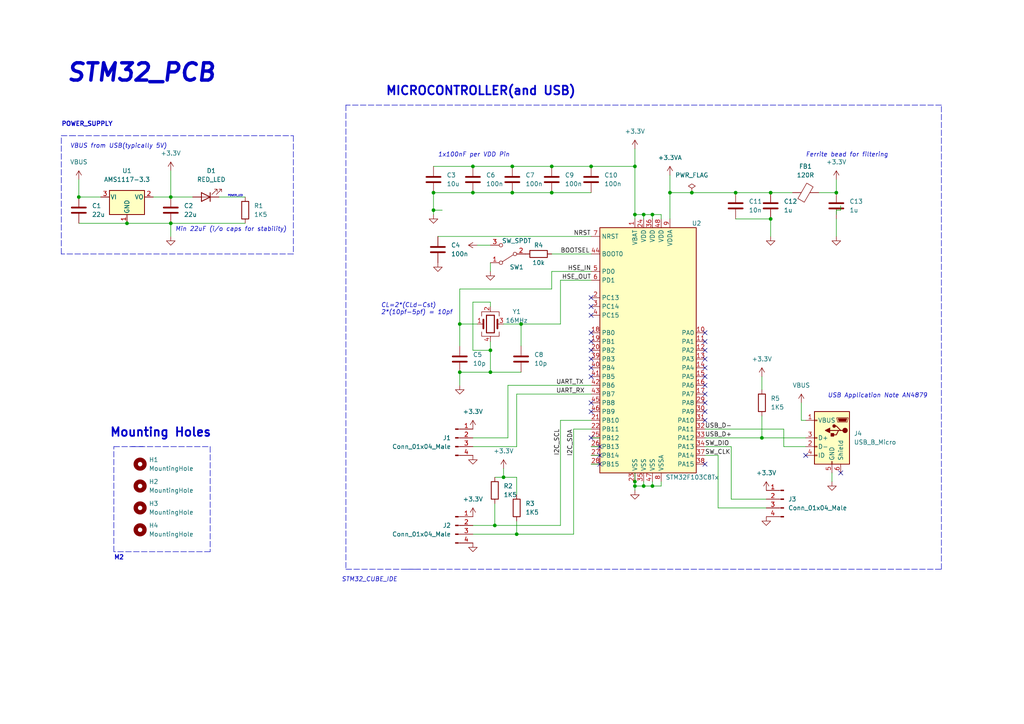
<source format=kicad_sch>
(kicad_sch (version 20211123) (generator eeschema)
  (paper "A4")
  (title_block (title "STM32 Demo board") (date "2023-03-19") (rev "0.1"))
  (lib_symbols
    (symbol "Connector:Conn_01x04_Male" (pin_names (offset 1.016) hide)
      (property "Reference" "J" (at 0 5.08 0))
      (property "Value" "Conn_01x04_Male" (at 0 -7.62 0))
      (symbol "Conn_01x04_Male_1_1"
        (polyline (pts (xy 1.27 -5.08) (xy 0.8636 -5.08)) (stroke (width 0.1524)))
        (polyline (pts (xy 1.27 -2.54) (xy 0.8636 -2.54)) (stroke (width 0.1524)))
        (polyline (pts (xy 1.27 0) (xy 0.8636 0)) (stroke (width 0.1524)))
        (polyline (pts (xy 1.27 2.54) (xy 0.8636 2.54)) (stroke (width 0.1524)))
        (rectangle (start 0.8636 -4.953) (end 0 -5.207) (stroke (width 0.1524)) (fill (type outline)))
        (rectangle (start 0.8636 -2.413) (end 0 -2.667) (stroke (width 0.1524)) (fill (type outline)))
        (rectangle (start 0.8636 0.127) (end 0 -0.127) (stroke (width 0.1524)) (fill (type outline)))
        (rectangle (start 0.8636 2.667) (end 0 2.413) (stroke (width 0.1524)) (fill (type outline)))
        (pin passive line (at 5.08 2.54 180) (length 3.81) (name "Pin_1") (number "1"))
        (pin passive line (at 5.08 0 180) (length 3.81) (name "Pin_2") (number "2"))
        (pin passive line (at 5.08 -2.54 180) (length 3.81) (name "Pin_3") (number "3"))
        (pin passive line (at 5.08 -5.08 180) (length 3.81) (name "Pin_4") (number "4"))
      )
    )
    (symbol "Connector:USB_B_Micro" (pin_names (offset 1.016))
      (property "Reference" "J" (at -5.08 11.43 0))
      (property "Value" "USB_B_Micro" (at -5.08 8.89 0))
      (symbol "USB_B_Micro_0_1"
        (rectangle (start -5.08 -7.62) (end 5.08 7.62) (stroke (width 0.254)) (fill (type background)))
        (circle (center -3.81 2.159) (radius 0.635) (stroke (width 0.254)) (fill (type outline)))
        (circle (center -0.635 3.429) (radius 0.381) (stroke (width 0.254)) (fill (type outline)))
        (rectangle (start -0.127 -7.62) (end 0.127 -6.858))
        (polyline (pts (xy -1.905 2.159) (xy 0.635 2.159)) (stroke (width 0.254)))
        (polyline (pts (xy -3.175 2.159) (xy -2.54 2.159) (xy -1.27 3.429) (xy -0.635 3.429)) (stroke (width 0.254)))
        (polyline (pts (xy -2.54 2.159) (xy -1.905 2.159) (xy -1.27 0.889) (xy 0 0.889)) (stroke (width 0.254)))
        (polyline (pts (xy 0.635 2.794) (xy 0.635 1.524) (xy 1.905 2.159) (xy 0.635 2.794)) (stroke (width 0.254)) (fill (type outline)))
        (polyline (pts (xy -4.318 5.588) (xy -1.778 5.588) (xy -2.032 4.826) (xy -4.064 4.826) (xy -4.318 5.588)) (fill (type outline)))
        (polyline (pts (xy -4.699 5.842) (xy -4.699 5.588) (xy -4.445 4.826) (xy -4.445 4.572) (xy -1.651 4.572) (xy -1.651 4.826) (xy -1.397 5.588) (xy -1.397 5.842) (xy -4.699 5.842)))
        (rectangle (start 0.254 1.27) (end -0.508 0.508) (stroke (width 0.254)) (fill (type outline)))
        (rectangle (start 5.08 -5.207) (end 4.318 -4.953))
        (rectangle (start 5.08 -2.667) (end 4.318 -2.413))
        (rectangle (start 5.08 -0.127) (end 4.318 0.127))
        (rectangle (start 5.08 4.953) (end 4.318 5.207))
      )
      (symbol "USB_B_Micro_1_1"
        (pin power_out line (at 7.62 5.08 180) (length 2.54) (name "VBUS") (number "1"))
        (pin bidirectional line (at 7.62 -2.54 180) (length 2.54) (name "D-") (number "2"))
        (pin bidirectional line (at 7.62 0 180) (length 2.54) (name "D+") (number "3"))
        (pin passive line (at 7.62 -5.08 180) (length 2.54) (name "ID") (number "4"))
        (pin power_out line (at 0 -10.16 90) (length 2.54) (name "GND") (number "5"))
        (pin passive line (at -2.54 -10.16 90) (length 2.54) (name "Shield") (number "6"))
      )
    )
    (symbol "Device:C" (pin_numbers hide) (pin_names (offset 0.254))
      (property "Reference" "C" (at 0.635 2.54 0))
      (property "Value" "C" (at 0.635 -2.54 0))
      (symbol "C_0_1"
        (polyline (pts (xy -2.032 -0.762) (xy 2.032 -0.762)) (stroke (width 0.508)))
        (polyline (pts (xy -2.032 0.762) (xy 2.032 0.762)) (stroke (width 0.508)))
      )
      (symbol "C_1_1"
        (pin passive line (at 0 3.81 270) (length 2.794) (name "~") (number "1"))
        (pin passive line (at 0 -3.81 90) (length 2.794) (name "~") (number "2"))
      )
    )
    (symbol "Device:Crystal_GND24" (pin_names (offset 1.016) hide)
      (property "Reference" "Y" (at 3.175 5.08 0))
      (property "Value" "Crystal_GND24" (at 3.175 3.175 0))
      (symbol "Crystal_GND24_0_1"
        (rectangle (start -1.143 2.54) (end 1.143 -2.54) (stroke (width 0.3048)))
        (polyline (pts (xy -2.54 0) (xy -2.032 0)))
        (polyline (pts (xy -2.032 -1.27) (xy -2.032 1.27)) (stroke (width 0.508)))
        (polyline (pts (xy 0 -3.81) (xy 0 -3.556)))
        (polyline (pts (xy 0 3.556) (xy 0 3.81)))
        (polyline (pts (xy 2.032 -1.27) (xy 2.032 1.27)) (stroke (width 0.508)))
        (polyline (pts (xy 2.032 0) (xy 2.54 0)))
        (polyline (pts (xy -2.54 -2.286) (xy -2.54 -3.556) (xy 2.54 -3.556) (xy 2.54 -2.286)))
        (polyline (pts (xy -2.54 2.286) (xy -2.54 3.556) (xy 2.54 3.556) (xy 2.54 2.286)))
      )
      (symbol "Crystal_GND24_1_1"
        (pin passive line (at -3.81 0 0) (length 1.27) (name "1") (number "1"))
        (pin passive line (at 0 5.08 270) (length 1.27) (name "2") (number "2"))
        (pin passive line (at 3.81 0 180) (length 1.27) (name "3") (number "3"))
        (pin passive line (at 0 -5.08 90) (length 1.27) (name "4") (number "4"))
      )
    )
    (symbol "Device:FerriteBead" (pin_numbers hide) (pin_names (offset 0))
      (property "Reference" "FB" (at -3.81 0.635 90))
      (property "Value" "FerriteBead" (at 3.81 0 90))
      (symbol "FerriteBead_0_1"
        (polyline (pts (xy 0 -1.27) (xy 0 -1.2192)))
        (polyline (pts (xy 0 1.27) (xy 0 1.2954)))
        (polyline (pts (xy -2.7686 0.4064) (xy -1.7018 2.2606) (xy 2.7686 -0.3048) (xy 1.6764 -2.159) (xy -2.7686 0.4064)))
      )
      (symbol "FerriteBead_1_1"
        (pin passive line (at 0 3.81 270) (length 2.54) (name "~") (number "1"))
        (pin passive line (at 0 -3.81 90) (length 2.54) (name "~") (number "2"))
      )
    )
    (symbol "Device:LED" (pin_numbers hide) (pin_names (offset 1.016) hide)
      (property "Reference" "D" (at 0 2.54 0))
      (property "Value" "LED" (at 0 -2.54 0))
      (symbol "LED_0_1"
        (polyline (pts (xy -1.27 -1.27) (xy -1.27 1.27)) (stroke (width 0.254)))
        (polyline (pts (xy -1.27 0) (xy 1.27 0)))
        (polyline (pts (xy 1.27 -1.27) (xy 1.27 1.27) (xy -1.27 0) (xy 1.27 -1.27)) (stroke (width 0.254)))
        (polyline (pts (xy -3.048 -0.762) (xy -4.572 -2.286) (xy -3.81 -2.286) (xy -4.572 -2.286) (xy -4.572 -1.524)))
        (polyline (pts (xy -1.778 -0.762) (xy -3.302 -2.286) (xy -2.54 -2.286) (xy -3.302 -2.286) (xy -3.302 -1.524)))
      )
      (symbol "LED_1_1"
        (pin passive line (at -3.81 0 0) (length 2.54) (name "K") (number "1"))
        (pin passive line (at 3.81 0 180) (length 2.54) (name "A") (number "2"))
      )
    )
    (symbol "Device:R" (pin_numbers hide) (pin_names (offset 0))
      (property "Reference" "R" (at 2.032 0 90))
      (property "Value" "R" (at 0 0 90))
      (symbol "R_0_1"
        (rectangle (start -1.016 -2.54) (end 1.016 2.54) (stroke (width 0.254)))
      )
      (symbol "R_1_1"
        (pin passive line (at 0 3.81 270) (length 1.27) (name "~") (number "1"))
        (pin passive line (at 0 -3.81 90) (length 1.27) (name "~") (number "2"))
      )
    )
    (symbol "MCU_ST_STM32F1:STM32F103C8Tx"
      (property "Reference" "U" (at -15.24 36.83 0))
      (property "Value" "STM32F103C8Tx" (at 7.62 36.83 0))
      (symbol "STM32F103C8Tx_0_1"
        (rectangle (start -15.24 -35.56) (end 12.7 35.56) (stroke (width 0.254)) (fill (type background)))
      )
      (symbol "STM32F103C8Tx_1_1"
        (pin power_in line (at -5.08 38.1 270) (length 2.54) (name "VBAT") (number "1"))
        (pin bidirectional line (at 15.24 5.08 180) (length 2.54) (name "PA0") (number "10"))
        (pin bidirectional line (at 15.24 2.54 180) (length 2.54) (name "PA1") (number "11"))
        (pin bidirectional line (at 15.24 0 180) (length 2.54) (name "PA2") (number "12"))
        (pin bidirectional line (at 15.24 -2.54 180) (length 2.54) (name "PA3") (number "13"))
        (pin bidirectional line (at 15.24 -5.08 180) (length 2.54) (name "PA4") (number "14"))
        (pin bidirectional line (at 15.24 -7.62 180) (length 2.54) (name "PA5") (number "15"))
        (pin bidirectional line (at 15.24 -10.16 180) (length 2.54) (name "PA6") (number "16"))
        (pin bidirectional line (at 15.24 -12.7 180) (length 2.54) (name "PA7") (number "17"))
        (pin bidirectional line (at -17.78 5.08 0) (length 2.54) (name "PB0") (number "18"))
        (pin bidirectional line (at -17.78 2.54 0) (length 2.54) (name "PB1") (number "19"))
        (pin bidirectional line (at -17.78 15.24 0) (length 2.54) (name "PC13") (number "2"))
        (pin bidirectional line (at -17.78 0 0) (length 2.54) (name "PB2") (number "20"))
        (pin bidirectional line (at -17.78 -20.32 0) (length 2.54) (name "PB10") (number "21"))
        (pin bidirectional line (at -17.78 -22.86 0) (length 2.54) (name "PB11") (number "22"))
        (pin power_in line (at -5.08 -38.1 90) (length 2.54) (name "VSS") (number "23"))
        (pin power_in line (at -2.54 38.1 270) (length 2.54) (name "VDD") (number "24"))
        (pin bidirectional line (at -17.78 -25.4 0) (length 2.54) (name "PB12") (number "25"))
        (pin bidirectional line (at -17.78 -27.94 0) (length 2.54) (name "PB13") (number "26"))
        (pin bidirectional line (at -17.78 -30.48 0) (length 2.54) (name "PB14") (number "27"))
        (pin bidirectional line (at -17.78 -33.02 0) (length 2.54) (name "PB15") (number "28"))
        (pin bidirectional line (at 15.24 -15.24 180) (length 2.54) (name "PA8") (number "29"))
        (pin bidirectional line (at -17.78 12.7 0) (length 2.54) (name "PC14") (number "3"))
        (pin bidirectional line (at 15.24 -17.78 180) (length 2.54) (name "PA9") (number "30"))
        (pin bidirectional line (at 15.24 -20.32 180) (length 2.54) (name "PA10") (number "31"))
        (pin bidirectional line (at 15.24 -22.86 180) (length 2.54) (name "PA11") (number "32"))
        (pin bidirectional line (at 15.24 -25.4 180) (length 2.54) (name "PA12") (number "33"))
        (pin bidirectional line (at 15.24 -27.94 180) (length 2.54) (name "PA13") (number "34"))
        (pin power_in line (at -2.54 -38.1 90) (length 2.54) (name "VSS") (number "35"))
        (pin power_in line (at 0 38.1 270) (length 2.54) (name "VDD") (number "36"))
        (pin bidirectional line (at 15.24 -30.48 180) (length 2.54) (name "PA14") (number "37"))
        (pin bidirectional line (at 15.24 -33.02 180) (length 2.54) (name "PA15") (number "38"))
        (pin bidirectional line (at -17.78 -2.54 0) (length 2.54) (name "PB3") (number "39"))
        (pin bidirectional line (at -17.78 10.16 0) (length 2.54) (name "PC15") (number "4"))
        (pin bidirectional line (at -17.78 -5.08 0) (length 2.54) (name "PB4") (number "40"))
        (pin bidirectional line (at -17.78 -7.62 0) (length 2.54) (name "PB5") (number "41"))
        (pin bidirectional line (at -17.78 -10.16 0) (length 2.54) (name "PB6") (number "42"))
        (pin bidirectional line (at -17.78 -12.7 0) (length 2.54) (name "PB7") (number "43"))
        (pin input line (at -17.78 27.94 0) (length 2.54) (name "BOOT0") (number "44"))
        (pin bidirectional line (at -17.78 -15.24 0) (length 2.54) (name "PB8") (number "45"))
        (pin bidirectional line (at -17.78 -17.78 0) (length 2.54) (name "PB9") (number "46"))
        (pin power_in line (at 0 -38.1 90) (length 2.54) (name "VSS") (number "47"))
        (pin power_in line (at 2.54 38.1 270) (length 2.54) (name "VDD") (number "48"))
        (pin input line (at -17.78 22.86 0) (length 2.54) (name "PD0") (number "5"))
        (pin input line (at -17.78 20.32 0) (length 2.54) (name "PD1") (number "6"))
        (pin input line (at -17.78 33.02 0) (length 2.54) (name "NRST") (number "7"))
        (pin power_in line (at 2.54 -38.1 90) (length 2.54) (name "VSSA") (number "8"))
        (pin power_in line (at 5.08 38.1 270) (length 2.54) (name "VDDA") (number "9"))
      )
    )
    (symbol "Mechanical:MountingHole" (pin_names (offset 1.016))
      (property "Reference" "H" (at 0 5.08 0))
      (property "Value" "MountingHole" (at 0 3.175 0))
      (symbol "MountingHole_0_1"
        (circle (center 0 0) (radius 1.27) (stroke (width 1.27)))
      )
    )
    (symbol "Regulator_Linear:AMS1117-3.3" (pin_names (offset 0.254))
      (property "Reference" "U" (at -3.81 3.175 0))
      (property "Value" "AMS1117-3.3" (at 0 3.175 0))
      (symbol "AMS1117-3.3_0_1"
        (rectangle (start -5.08 -5.08) (end 5.08 1.905) (stroke (width 0.254)) (fill (type background)))
      )
      (symbol "AMS1117-3.3_1_1"
        (pin power_in line (at 0 -7.62 90) (length 2.54) (name "GND") (number "1"))
        (pin power_out line (at 7.62 0 180) (length 2.54) (name "VO") (number "2"))
        (pin power_in line (at -7.62 0 0) (length 2.54) (name "VI") (number "3"))
      )
    )
    (symbol "Switch:SW_SPDT" (pin_names (offset 0) hide)
      (property "Reference" "SW" (at 0 4.318 0))
      (property "Value" "SW_SPDT" (at 0 -5.08 0))
      (symbol "SW_SPDT_0_0"
        (circle (center -2.032 0) (radius 0.508))
        (circle (center 2.032 -2.54) (radius 0.508))
      )
      (symbol "SW_SPDT_0_1"
        (polyline (pts (xy -1.524 0.254) (xy 1.651 2.286)))
        (circle (center 2.032 2.54) (radius 0.508))
      )
      (symbol "SW_SPDT_1_1"
        (pin passive line (at 5.08 2.54 180) (length 2.54) (name "A") (number "1"))
        (pin passive line (at -5.08 0 0) (length 2.54) (name "B") (number "2"))
        (pin passive line (at 5.08 -2.54 180) (length 2.54) (name "C") (number "3"))
      )
    )
    (symbol "power:+3.3V" (power) (pin_names (offset 0))
      (property "Value" "+3.3V" (at 0 3.556 0))
      (symbol "+3.3V_0_1"
        (polyline (pts (xy -0.762 1.27) (xy 0 2.54)))
        (polyline (pts (xy 0 0) (xy 0 2.54)))
        (polyline (pts (xy 0 2.54) (xy 0.762 1.27)))
      )
      (symbol "+3.3V_1_1"
        (pin power_in line (at 0 0 90) (length 0) hide (name "+3.3V") (number "1"))
      )
    )
    (symbol "power:+3.3VA" (power) (pin_names (offset 0))
      (property "Value" "+3.3VA" (at 0 3.556 0))
      (symbol "+3.3VA_0_1"
        (polyline (pts (xy -0.762 1.27) (xy 0 2.54)))
        (polyline (pts (xy 0 0) (xy 0 2.54)))
        (polyline (pts (xy 0 2.54) (xy 0.762 1.27)))
      )
      (symbol "+3.3VA_1_1"
        (pin power_in line (at 0 0 90) (length 0) hide (name "+3.3VA") (number "1"))
      )
    )
    (symbol "power:GND" (power) (pin_names (offset 0))
      (property "Value" "GND" (at 0 -3.81 0))
      (symbol "GND_0_1"
        (polyline (pts (xy 0 0) (xy 0 -1.27) (xy 1.27 -1.27) (xy 0 -2.54) (xy -1.27 -1.27) (xy 0 -1.27)))
      )
      (symbol "GND_1_1"
        (pin power_in line (at 0 0 270) (length 0) hide (name "GND") (number "1"))
      )
    )
    (symbol "power:PWR_FLAG" (power) (pin_numbers hide) (pin_names (offset 0) hide)
      (property "Value" "PWR_FLAG" (at 0 3.81 0))
      (symbol "PWR_FLAG_0_0"
        (pin power_out line (at 0 0 90) (length 0) (name "pwr") (number "1"))
      )
      (symbol "PWR_FLAG_0_1"
        (polyline (pts (xy 0 0) (xy 0 1.27) (xy -1.016 1.905) (xy 0 2.54) (xy 1.016 1.905) (xy 0 1.27)))
      )
    )
    (symbol "power:VBUS" (power) (pin_names (offset 0))
      (property "Value" "VBUS" (at 0 3.81 0))
      (symbol "VBUS_0_1"
        (polyline (pts (xy -0.762 1.27) (xy 0 2.54)))
        (polyline (pts (xy 0 0) (xy 0 2.54)))
        (polyline (pts (xy 0 2.54) (xy 0.762 1.27)))
      )
      (symbol "VBUS_1_1"
        (pin power_in line (at 0 0 90) (length 0) hide (name "VBUS") (number "1"))
      )
    )
  )
  (junction (at 242.57 55.88))
  (junction (at 184.15 140.97))
  (junction (at 49.53 57.15))
  (junction (at 133.35 93.98))
  (junction (at 160.02 48.26))
  (junction (at 125.73 60.96))
  (junction (at 223.52 63.5))
  (junction (at 189.23 140.97))
  (junction (at 194.31 55.88))
  (junction (at 151.13 93.98))
  (junction (at 146.05 138.43))
  (junction (at 189.23 62.23))
  (junction (at 137.16 55.88))
  (junction (at 49.53 64.77))
  (junction (at 213.36 55.88))
  (junction (at 186.69 140.97))
  (junction (at 184.15 139.7))
  (junction (at 22.86 57.15))
  (junction (at 137.16 48.26))
  (junction (at 171.45 48.26))
  (junction (at 142.24 107.95))
  (junction (at 184.15 48.26))
  (junction (at 186.69 62.23))
  (junction (at 160.02 55.88))
  (junction (at 143.51 152.4))
  (junction (at 142.24 101.6))
  (junction (at 200.66 55.88))
  (junction (at 133.35 107.95))
  (junction (at 149.86 154.94))
  (junction (at 223.52 55.88))
  (junction (at 148.59 48.26))
  (junction (at 148.59 55.88))
  (junction (at 220.98 127))
  (junction (at 36.83 64.77))
  (junction (at 184.15 62.23))
  (junction (at 125.73 55.88))
  (no_connect (at 171.45 127))
  (no_connect (at 171.45 104.14))
  (no_connect (at 243.84 137.16))
  (no_connect (at 204.47 119.38))
  (no_connect (at 204.47 111.76))
  (no_connect (at 171.45 119.38))
  (no_connect (at 233.68 132.08))
  (no_connect (at 173.99 132.08))
  (no_connect (at 173.99 134.62))
  (no_connect (at 171.45 106.68))
  (no_connect (at 171.45 109.22))
  (no_connect (at 171.45 101.6))
  (no_connect (at 171.45 86.36))
  (no_connect (at 204.47 101.6))
  (no_connect (at 204.47 114.3))
  (no_connect (at 204.47 96.52))
  (no_connect (at 204.47 116.84))
  (no_connect (at 204.47 134.62))
  (no_connect (at 204.47 106.68))
  (no_connect (at 204.47 104.14))
  (no_connect (at 171.45 99.06))
  (no_connect (at 173.99 129.54))
  (no_connect (at 171.45 88.9))
  (no_connect (at 204.47 99.06))
  (no_connect (at 171.45 96.52))
  (no_connect (at 171.45 91.44))
  (no_connect (at 204.47 109.22))
  (no_connect (at 171.45 116.84))
  (no_connect (at 204.47 121.92))
  (wire (pts (xy 137.16 87.63) (xy 142.24 87.63)))
  (wire (pts (xy 143.51 138.43) (xy 146.05 138.43)))
  (polyline (pts (xy 60.96 160.02) (xy 33.02 160.02)))
  (wire (pts (xy 146.05 138.43) (xy 149.86 138.43)))
  (wire (pts (xy 189.23 62.23) (xy 189.23 63.5)))
  (wire (pts (xy 223.52 55.88) (xy 229.87 55.88)))
  (wire (pts (xy 133.35 107.95) (xy 142.24 107.95)))
  (polyline (pts (xy 38.1 129.54) (xy 60.96 129.54)))
  (wire (pts (xy 133.35 93.98) (xy 133.35 100.33)))
  (wire (pts (xy 142.24 101.6) (xy 142.24 107.95)))
  (polyline (pts (xy 100.33 30.48) (xy 100.33 165.1)))
  (wire (pts (xy 220.98 127) (xy 233.68 127)))
  (wire (pts (xy 49.53 57.15) (xy 55.88 57.15)))
  (polyline (pts (xy 100.33 165.1) (xy 121.92 165.1)))
  (polyline (pts (xy 85.09 73.66) (xy 17.78 73.66)))
  (wire (pts (xy 142.24 107.95) (xy 151.13 107.95)))
  (wire (pts (xy 220.98 120.65) (xy 220.98 127)))
  (wire (pts (xy 166.37 124.46) (xy 171.45 124.46)))
  (wire (pts (xy 142.24 88.9) (xy 142.24 87.63)))
  (wire (pts (xy 184.15 62.23) (xy 186.69 62.23)))
  (wire (pts (xy 191.77 62.23) (xy 191.77 63.5)))
  (wire (pts (xy 173.99 129.54) (xy 171.45 129.54)))
  (wire (pts (xy 171.45 81.28) (xy 162.56 81.28)))
  (wire (pts (xy 137.16 152.4) (xy 143.51 152.4)))
  (polyline (pts (xy 20.32 39.37) (xy 85.09 39.37)))
  (wire (pts (xy 133.35 93.98) (xy 138.43 93.98)))
  (wire (pts (xy 242.57 63.5) (xy 242.57 68.58)))
  (wire (pts (xy 204.47 127) (xy 220.98 127)))
  (polyline (pts (xy 17.78 39.37) (xy 21.59 39.37)))
  (wire (pts (xy 184.15 43.18) (xy 184.15 48.26)))
  (wire (pts (xy 137.16 129.54) (xy 149.86 129.54)))
  (wire (pts (xy 149.86 129.54) (xy 149.86 114.3)))
  (wire (pts (xy 186.69 62.23) (xy 186.69 63.5)))
  (wire (pts (xy 184.15 137.16) (xy 184.15 139.7)))
  (wire (pts (xy 242.57 62.23) (xy 242.57 60.96)))
  (wire (pts (xy 22.86 52.07) (xy 22.86 57.15)))
  (wire (pts (xy 171.45 78.74) (xy 160.02 78.74)))
  (wire (pts (xy 137.16 101.6) (xy 142.24 101.6)))
  (wire (pts (xy 133.35 107.95) (xy 133.35 111.76)))
  (wire (pts (xy 241.3 137.16) (xy 241.3 139.7)))
  (wire (pts (xy 232.41 121.92) (xy 232.41 116.84)))
  (polyline (pts (xy 17.78 73.66) (xy 17.78 39.37)))
  (wire (pts (xy 49.53 68.58) (xy 49.53 64.77)))
  (wire (pts (xy 125.73 60.96) (xy 125.73 62.23)))
  (wire (pts (xy 233.68 121.92) (xy 232.41 121.92)))
  (wire (pts (xy 138.43 71.12) (xy 142.24 71.12)))
  (wire (pts (xy 186.69 62.23) (xy 189.23 62.23)))
  (wire (pts (xy 125.73 55.88) (xy 137.16 55.88)))
  (wire (pts (xy 127 68.58) (xy 171.45 68.58)))
  (wire (pts (xy 184.15 48.26) (xy 184.15 62.23)))
  (wire (pts (xy 147.32 127) (xy 147.32 111.76)))
  (wire (pts (xy 22.86 57.15) (xy 29.21 57.15)))
  (wire (pts (xy 213.36 55.88) (xy 223.52 55.88)))
  (wire (pts (xy 227.33 124.46) (xy 227.33 129.54)))
  (wire (pts (xy 149.86 151.13) (xy 149.86 154.94)))
  (wire (pts (xy 149.86 154.94) (xy 166.37 154.94)))
  (wire (pts (xy 204.47 132.08) (xy 208.28 132.08)))
  (wire (pts (xy 36.83 64.77) (xy 49.53 64.77)))
  (wire (pts (xy 147.32 111.76) (xy 171.45 111.76)))
  (wire (pts (xy 184.15 62.23) (xy 184.15 63.5)))
  (wire (pts (xy 213.36 63.5) (xy 223.52 63.5)))
  (wire (pts (xy 173.99 134.62) (xy 171.45 134.62)))
  (wire (pts (xy 189.23 140.97) (xy 191.77 140.97)))
  (wire (pts (xy 186.69 139.7) (xy 186.69 140.97)))
  (wire (pts (xy 171.45 48.26) (xy 184.15 48.26)))
  (wire (pts (xy 44.45 57.15) (xy 49.53 57.15)))
  (polyline (pts (xy 273.05 30.48) (xy 100.33 30.48)))
  (wire (pts (xy 162.56 93.98) (xy 151.13 93.98)))
  (polyline (pts (xy 33.02 160.02) (xy 33.02 129.54)))
  (wire (pts (xy 162.56 152.4) (xy 162.56 121.92)))
  (wire (pts (xy 194.31 55.88) (xy 194.31 63.5)))
  (wire (pts (xy 146.05 135.89) (xy 146.05 138.43)))
  (wire (pts (xy 194.31 50.8) (xy 194.31 55.88)))
  (wire (pts (xy 223.52 63.5) (xy 223.52 68.58)))
  (wire (pts (xy 208.28 132.08) (xy 208.28 147.32)))
  (wire (pts (xy 166.37 154.94) (xy 166.37 124.46)))
  (wire (pts (xy 149.86 138.43) (xy 149.86 143.51)))
  (polyline (pts (xy 118.11 165.1) (xy 273.05 165.1)))
  (wire (pts (xy 149.86 114.3) (xy 171.45 114.3)))
  (wire (pts (xy 151.13 93.98) (xy 146.05 93.98)))
  (wire (pts (xy 242.57 52.07) (xy 242.57 55.88)))
  (wire (pts (xy 191.77 140.97) (xy 191.77 139.7)))
  (wire (pts (xy 173.99 132.08) (xy 171.45 132.08)))
  (wire (pts (xy 186.69 140.97) (xy 184.15 140.97)))
  (wire (pts (xy 49.53 64.77) (xy 71.12 64.77)))
  (wire (pts (xy 243.84 59.69) (xy 243.84 60.96)))
  (wire (pts (xy 143.51 146.05) (xy 143.51 152.4)))
  (wire (pts (xy 173.99 127) (xy 171.45 127)))
  (wire (pts (xy 160.02 48.26) (xy 171.45 48.26)))
  (wire (pts (xy 125.73 48.26) (xy 137.16 48.26)))
  (wire (pts (xy 220.98 109.22) (xy 220.98 113.03)))
  (wire (pts (xy 143.51 152.4) (xy 162.56 152.4)))
  (wire (pts (xy 148.59 55.88) (xy 160.02 55.88)))
  (wire (pts (xy 137.16 127) (xy 147.32 127)))
  (polyline (pts (xy 273.05 165.1) (xy 273.05 30.48)))
  (wire (pts (xy 194.31 55.88) (xy 200.66 55.88)))
  (wire (pts (xy 49.53 49.53) (xy 49.53 57.15)))
  (polyline (pts (xy 60.96 129.54) (xy 60.96 160.02)))
  (wire (pts (xy 237.49 55.88) (xy 242.57 55.88)))
  (wire (pts (xy 204.47 129.54) (xy 212.09 129.54)))
  (wire (pts (xy 137.16 154.94) (xy 149.86 154.94)))
  (wire (pts (xy 151.13 93.98) (xy 151.13 100.33)))
  (wire (pts (xy 227.33 129.54) (xy 233.68 129.54)))
  (wire (pts (xy 184.15 139.7) (xy 184.15 140.97)))
  (wire (pts (xy 160.02 83.82) (xy 133.35 83.82)))
  (wire (pts (xy 200.66 55.88) (xy 213.36 55.88)))
  (wire (pts (xy 125.73 55.88) (xy 125.73 60.96)))
  (wire (pts (xy 242.57 60.96) (xy 243.84 60.96)))
  (polyline (pts (xy 85.09 39.37) (xy 85.09 73.66)))
  (wire (pts (xy 137.16 48.26) (xy 148.59 48.26)))
  (wire (pts (xy 22.86 64.77) (xy 36.83 64.77)))
  (polyline (pts (xy 33.02 129.54) (xy 41.91 129.54)))
  (wire (pts (xy 189.23 140.97) (xy 186.69 140.97)))
  (wire (pts (xy 212.09 129.54) (xy 212.09 144.78)))
  (wire (pts (xy 162.56 121.92) (xy 171.45 121.92)))
  (wire (pts (xy 63.5 57.15) (xy 71.12 57.15)))
  (wire (pts (xy 212.09 144.78) (xy 222.25 144.78)))
  (wire (pts (xy 184.15 140.97) (xy 184.15 142.24)))
  (wire (pts (xy 204.47 124.46) (xy 227.33 124.46)))
  (wire (pts (xy 189.23 62.23) (xy 191.77 62.23)))
  (wire (pts (xy 208.28 147.32) (xy 222.25 147.32)))
  (wire (pts (xy 189.23 139.7) (xy 189.23 140.97)))
  (wire (pts (xy 128.27 60.96) (xy 125.73 60.96)))
  (wire (pts (xy 142.24 76.2) (xy 142.24 78.74)))
  (wire (pts (xy 133.35 83.82) (xy 133.35 93.98)))
  (wire (pts (xy 137.16 55.88) (xy 148.59 55.88)))
  (wire (pts (xy 160.02 55.88) (xy 171.45 55.88)))
  (wire (pts (xy 137.16 87.63) (xy 137.16 101.6)))
  (wire (pts (xy 148.59 48.26) (xy 160.02 48.26)))
  (wire (pts (xy 160.02 73.66) (xy 171.45 73.66)))
  (wire (pts (xy 162.56 81.28) (xy 162.56 93.98)))
  (wire (pts (xy 160.02 78.74) (xy 160.02 83.82)))
  (wire (pts (xy 142.24 101.6) (xy 142.24 99.06)))
  (text "CL=2*(CLd-Cst)\n2*(10pf-5pf) = 10pf" (at 110.49 91.44 0) (effects (font (size 1.27 1.27) italic) (justify left bottom)))
  (text "VBUS from USB(typically 5V)\n" (at 20.32 43.18 0) (effects (font (size 1.27 1.27) italic) (justify left bottom)))
  (text "MICROCONTROLLER(and USB)" (at 111.76 27.94 0) (effects (font (size 2.5 2.5) bold) (justify left bottom)))
  (text "Ferrite bead for filtering\n" (at 233.68 45.72 0) (effects (font (size 1.27 1.27) italic) (justify left bottom)))
  (text "Mounting Holes\n" (at 31.75 127 0) (effects (font (size 2.5 2.5) (thickness 0.5) bold) (justify left bottom)))
  (text "POWER_SUPPLY\n" (at 17.78 36.83 0) (effects (font (size 1.27 1.27) (thickness 0.254) bold) (justify left bottom)))
  (text "STM32_CUBE_IDE\n" (at 99.06 168.91 0) (effects (font (size 1.27 1.27) italic) (justify left bottom)))
  (text "USB Application Note AN4879\n" (at 240.03 115.57 0) (effects (font (size 1.27 1.27) italic) (justify left bottom)))
  (text "1x100nF per VDD Pin" (at 127 45.72 0) (effects (font (size 1.27 1.27) italic) (justify left bottom)))
  (text "POWER_LED" (at 66.04 57.15 0) (effects (font (size 0.5 0.5)) (justify left bottom)))
  (text "Min 22uF (i/o caps for stability)\n" (at 50.8 67.31 0) (effects (font (size 1.27 1.27) italic) (justify left bottom)))
  (text "M2" (at 33.02 162.56 0) (effects (font (size 1.27 1.27) (thickness 0.254) bold) (justify left bottom)))
  (text "STM32_PCB" (at 19.05 24.13 0) (effects (font (size 5 5) (thickness 1) bold italic) (justify left bottom)))
  (label "HSE_OUT" (at 171.45 81.28 180))
  (label "HSE_IN" (at 171.45 78.74 180))
  (label "SW_CLK" (at 204.47 132.08 0))
  (label "SW_DIO" (at 204.47 129.54 0))
  (label "USB_D+" (at 204.47 127 0))
  (label "UART_TX" (at 161.29 111.76 0))
  (label "BOOTSEL" (at 162.56 73.66 0))
  (label "NRST" (at 166.37 68.58 0))
  (label "USB_D-" (at 204.47 124.46 0))
  (label "I2C_SCL" (at 162.56 132.08 90))
  (label "I2C_SDA" (at 166.37 124.46 270))
  (label "UART_RX" (at 161.29 114.3 0))
  (symbol (lib_id "Device:C") (at 127 72.39 0) (unit 1)
    (property "Reference" "C4" (at 130.81 71.1199 0) (effects (justify left)))
    (property "Value" "100n" (at 130.81 73.6599 0) (effects (justify left)))
    (property "Footprint" "Capacitor_SMD:C_0603_1608Metric_Pad1.08x0.95mm_HandSolder" (effects hide))
  )
  (symbol (lib_id "Connector:Conn_01x04_Male") (at 132.08 152.4 0) (unit 1)
    (property "Reference" "J2" (at 130.81 152.3999 0) (effects (justify right)))
    (property "Value" "Conn_01x04_Male" (at 130.81 154.9399 0) (effects (justify right)))
    (property "Footprint" "Connector_PinHeader_2.54mm:PinHeader_1x04_P2.54mm_Vertical" (effects hide))
  )
  (symbol (lib_id "Connector:USB_B_Micro") (at 241.3 127 0) (mirror y) (unit 1)
    (property "Reference" "J4" (at 247.65 125.7299 0) (effects (justify right)))
    (property "Value" "USB_B_Micro" (at 247.65 128.2699 0) (effects (justify right)))
    (property "Footprint" "Connector_USB:USB_Micro-B_Wuerth_629105150521" (effects hide))
  )
  (symbol (lib_id "power:GND") (at 127 76.2 0) (unit 1)
    (property "Reference" "#PWR05" (effects hide))
    (property "Value" "GND" (effects hide))
  )
  (symbol (lib_id "Device:Crystal_GND24") (at 142.24 93.98 0) (unit 1)
    (property "Reference" "Y1" (at 149.86 90.3986 0))
    (property "Value" "16MHz" (at 149.86 92.9386 0))
    (property "Footprint" "Crystal:Crystal_SMD_3225-4Pin_3.2x2.5mm_HandSoldering" (effects hide))
  )
  (symbol (lib_id "power:+3.3V") (at 222.25 142.24 0) (unit 1)
    (property "Reference" "#PWR018" (effects hide))
    (property "Value" "+3.3V" (at 222.25 137.16 0))
  )
  (symbol (lib_id "power:+3.3V") (at 184.15 43.18 0) (unit 1)
    (property "Reference" "#PWR014" (effects hide))
    (property "Value" "+3.3V" (at 184.15 38.1 0))
  )
  (symbol (lib_id "Device:C") (at 171.45 52.07 0) (unit 1)
    (property "Reference" "C10" (at 175.26 50.7999 0) (effects (justify left)))
    (property "Value" "100n" (at 175.26 53.3399 0) (effects (justify left)))
    (property "Footprint" "Capacitor_SMD:C_0402_1005Metric_Pad0.74x0.62mm_HandSolder" (effects hide))
  )
  (symbol (lib_id "Device:R") (at 71.12 60.96 0) (unit 1)
    (property "Reference" "R1" (at 73.66 59.6899 0) (effects (justify left)))
    (property "Value" "1K5" (at 73.66 62.2299 0) (effects (justify left)))
    (property "Footprint" "Resistor_SMD:R_0402_1005Metric_Pad0.72x0.64mm_HandSolder" (effects hide))
  )
  (symbol (lib_id "power:GND") (at 125.73 62.23 0) (unit 1)
    (property "Reference" "#PWR04" (effects hide))
    (property "Value" "GND" (effects hide))
  )
  (symbol (lib_id "power:+3.3V") (at 138.43 71.12 90) (unit 1)
    (property "Reference" "#PWR011" (effects hide))
    (property "Value" "+3.3V" (effects hide))
  )
  (symbol (lib_id "power:GND") (at 222.25 149.86 0) (unit 1)
    (property "Reference" "#PWR019" (effects hide))
    (property "Value" "GND" (effects hide))
  )
  (symbol (lib_id "power:GND") (at 242.57 68.58 0) (unit 1)
    (property "Reference" "#PWR023" (effects hide))
    (property "Value" "GND" (effects hide))
  )
  (symbol (lib_id "Device:C") (at 242.57 59.69 0) (unit 1)
    (property "Reference" "C13" (at 246.38 58.4199 0) (effects (justify left)))
    (property "Value" "1u" (at 246.38 60.9599 0) (effects (justify left)))
    (property "Footprint" "Capacitor_SMD:C_0402_1005Metric_Pad0.74x0.62mm_HandSolder" (effects hide))
  )
  (symbol (lib_id "Device:C") (at 213.36 59.69 0) (unit 1)
    (property "Reference" "C11" (at 217.17 58.4199 0) (effects (justify left)))
    (property "Value" "10n" (at 217.17 60.9599 0) (effects (justify left)))
    (property "Footprint" "Capacitor_SMD:C_0402_1005Metric_Pad0.74x0.62mm_HandSolder" (effects hide))
  )
  (symbol (lib_id "Connector:Conn_01x04_Male") (at 132.08 127 0) (unit 1)
    (property "Reference" "J1" (at 130.81 126.9999 0) (effects (justify right)))
    (property "Value" "Conn_01x04_Male" (at 130.81 129.5399 0) (effects (justify right)))
    (property "Footprint" "Connector_PinHeader_2.54mm:PinHeader_1x04_P2.54mm_Vertical" (effects hide))
  )
  (symbol (lib_id "Device:R") (at 143.51 142.24 0) (unit 1)
    (property "Reference" "R2" (at 146.05 140.9699 0) (effects (justify left)))
    (property "Value" "1K5" (at 146.05 143.5099 0) (effects (justify left)))
    (property "Footprint" "Resistor_SMD:R_0603_1608Metric_Pad0.98x0.95mm_HandSolder" (effects hide))
  )
  (symbol (lib_id "power:+3.3VA") (at 194.31 50.8 0) (unit 1)
    (property "Reference" "#PWR016" (effects hide))
    (property "Value" "+3.3VA" (at 194.31 45.72 0))
  )
  (symbol (lib_id "power:GND") (at 133.35 111.76 0) (unit 1)
    (property "Reference" "#PWR06" (effects hide))
    (property "Value" "GND" (effects hide))
  )
  (symbol (lib_id "Device:FerriteBead") (at 233.68 55.88 90) (unit 1)
    (property "Reference" "FB1" (at 233.6292 48.26 90))
    (property "Value" "120R" (at 233.6292 50.8 90))
    (property "Footprint" "Inductor_SMD:L_0805_2012Metric_Pad1.15x1.40mm_HandSolder" (effects hide))
  )
  (symbol (lib_id "Device:C") (at 160.02 52.07 0) (unit 1)
    (property "Reference" "C9" (at 163.83 50.7999 0) (effects (justify left)))
    (property "Value" "100n" (at 163.83 53.3399 0) (effects (justify left)))
    (property "Footprint" "Capacitor_SMD:C_0402_1005Metric_Pad0.74x0.62mm_HandSolder" (effects hide))
  )
  (symbol (lib_id "Switch:SW_SPDT") (at 147.32 73.66 180) (unit 1)
    (property "Reference" "SW1" (at 149.86 77.47 0))
    (property "Value" "SW_SPDT" (at 149.86 69.85 0))
    (property "Footprint" "Button_Switch_SMD:SW_SPDT_PCM12" (effects hide))
  )
  (symbol (lib_id "Device:R") (at 156.21 73.66 90) (unit 1)
    (property "Reference" "R4" (at 156.21 71.12 90))
    (property "Value" "10k" (at 156.21 76.2 90))
    (property "Footprint" "Resistor_SMD:R_0402_1005Metric_Pad0.72x0.64mm_HandSolder" (effects hide))
  )
  (symbol (lib_id "Device:C") (at 148.59 52.07 0) (unit 1)
    (property "Reference" "C7" (at 152.4 50.7999 0) (effects (justify left)))
    (property "Value" "100n" (at 152.4 53.3399 0) (effects (justify left)))
    (property "Footprint" "Capacitor_SMD:C_0402_1005Metric_Pad0.74x0.62mm_HandSolder" (effects hide))
  )
  (symbol (lib_id "power:GND") (at 137.16 132.08 0) (mirror y) (unit 1)
    (property "Reference" "#PWR08" (effects hide))
    (property "Value" "GND" (effects hide))
  )
  (symbol (lib_id "power:+3.3V") (at 49.53 49.53 0) (unit 1)
    (property "Reference" "#PWR02" (effects hide))
    (property "Value" "+3.3V" (at 49.53 44.45 0))
  )
  (symbol (lib_id "Mechanical:MountingHole") (at 40.64 147.32 0) (unit 1)
    (property "Reference" "H3" (at 43.18 146.0499 0) (effects (justify left)))
    (property "Value" "MountingHole" (at 43.18 148.5899 0) (effects (justify left)))
    (property "Footprint" "MountingHole:MountingHole_2.2mm_M2" (effects hide))
  )
  (symbol (lib_id "power:VBUS") (at 232.41 116.84 0) (unit 1)
    (property "Reference" "#PWR021" (effects hide))
    (property "Value" "VBUS" (at 232.41 111.76 0))
  )
  (symbol (lib_id "power:GND") (at 241.3 139.7 0) (unit 1)
    (property "Reference" "#PWR022" (effects hide))
    (property "Value" "GND" (effects hide))
  )
  (symbol (lib_id "Mechanical:MountingHole") (at 40.64 134.62 0) (unit 1)
    (property "Reference" "H1" (at 43.18 133.3499 0) (effects (justify left)))
    (property "Value" "MountingHole" (at 43.18 135.8899 0) (effects (justify left)))
    (property "Footprint" "MountingHole:MountingHole_2.2mm_M2" (effects hide))
  )
  (symbol (lib_id "Device:C") (at 151.13 104.14 0) (unit 1)
    (property "Reference" "C8" (at 154.94 102.8699 0) (effects (justify left)))
    (property "Value" "10p" (at 154.94 105.4099 0) (effects (justify left)))
    (property "Footprint" "Capacitor_SMD:C_0402_1005Metric_Pad0.74x0.62mm_HandSolder" (effects hide))
  )
  (symbol (lib_id "power:GND") (at 49.53 68.58 0) (unit 1)
    (property "Reference" "#PWR03" (effects hide))
    (property "Value" "GND" (effects hide))
  )
  (symbol (lib_id "power:+3.3V") (at 146.05 135.89 0) (mirror y) (unit 1)
    (property "Reference" "#PWR013" (effects hide))
    (property "Value" "+3.3V" (at 146.05 130.81 0))
  )
  (symbol (lib_id "power:VBUS") (at 22.86 52.07 0) (unit 1)
    (property "Reference" "#PWR01" (effects hide))
    (property "Value" "VBUS" (at 22.86 46.99 0))
  )
  (symbol (lib_id "Regulator_Linear:AMS1117-3.3") (at 36.83 57.15 0) (unit 1)
    (property "Reference" "U1" (at 36.83 49.53 0))
    (property "Value" "AMS1117-3.3" (at 36.83 52.07 0))
    (property "Footprint" "Package_TO_SOT_SMD:SOT-223-3_TabPin2" (effects hide))
    (property "Datasheet" "http://www.advanced-monolithic.com/pdf/ds1117.pdf" (effects hide))
  )
  (symbol (lib_id "power:+3.3V") (at 137.16 124.46 0) (mirror y) (unit 1)
    (property "Reference" "#PWR07" (effects hide))
    (property "Value" "+3.3V" (at 137.16 119.38 0))
  )
  (symbol (lib_id "power:GND") (at 137.16 157.48 0) (mirror y) (unit 1)
    (property "Reference" "#PWR010" (effects hide))
    (property "Value" "GND" (effects hide))
  )
  (symbol (lib_id "Device:C") (at 22.86 60.96 0) (unit 1)
    (property "Reference" "C1" (at 26.67 59.6899 0) (effects (justify left)))
    (property "Value" "22u" (at 26.67 62.2299 0) (effects (justify left)))
    (property "Footprint" "Capacitor_SMD:C_0805_2012Metric_Pad1.18x1.45mm_HandSolder" (effects hide))
  )
  (symbol (lib_id "Device:C") (at 125.73 52.07 0) (unit 1)
    (property "Reference" "C3" (at 129.54 50.7999 0) (effects (justify left)))
    (property "Value" "10u" (at 129.54 53.3399 0) (effects (justify left)))
    (property "Footprint" "Capacitor_SMD:C_0603_1608Metric_Pad1.08x0.95mm_HandSolder" (effects hide))
  )
  (symbol (lib_id "power:GND") (at 223.52 68.58 0) (unit 1)
    (property "Reference" "#PWR020" (effects hide))
    (property "Value" "GND" (effects hide))
  )
  (symbol (lib_id "Device:C") (at 133.35 104.14 0) (unit 1)
    (property "Reference" "C5" (at 137.16 102.8699 0) (effects (justify left)))
    (property "Value" "10p" (at 137.16 105.4099 0) (effects (justify left)))
    (property "Footprint" "Capacitor_SMD:C_0402_1005Metric_Pad0.74x0.62mm_HandSolder" (effects hide))
  )
  (symbol (lib_id "Mechanical:MountingHole") (at 40.64 140.97 0) (unit 1)
    (property "Reference" "H2" (at 43.18 139.6999 0) (effects (justify left)))
    (property "Value" "MountingHole" (at 43.18 142.2399 0) (effects (justify left)))
    (property "Footprint" "MountingHole:MountingHole_2.2mm_M2" (effects hide))
  )
  (symbol (lib_id "power:+3.3V") (at 242.57 52.07 0) (unit 1)
    (property "Reference" "#PWR0101" (effects hide))
    (property "Value" "+3.3V" (at 242.57 46.99 0))
  )
  (symbol (lib_id "Device:LED") (at 59.69 57.15 180) (unit 1)
    (property "Reference" "D1" (at 61.2775 49.53 0))
    (property "Value" "RED_LED" (at 61.2775 52.07 0))
    (property "Footprint" "LED_SMD:LED_0603_1608Metric_Pad1.05x0.95mm_HandSolder" (effects hide))
  )
  (symbol (lib_id "Connector:Conn_01x04_Male") (at 227.33 144.78 0) (mirror y) (unit 1)
    (property "Reference" "J3" (at 228.6 144.7799 0) (effects (justify right)))
    (property "Value" "Conn_01x04_Male" (at 228.6 147.3199 0) (effects (justify right)))
    (property "Footprint" "Connector_PinHeader_2.54mm:PinHeader_1x04_P2.54mm_Vertical" (effects hide))
  )
  (symbol (lib_id "power:+3.3V") (at 137.16 149.86 0) (mirror y) (unit 1)
    (property "Reference" "#PWR09" (effects hide))
    (property "Value" "+3.3V" (at 137.16 144.78 0))
  )
  (symbol (lib_id "power:GND") (at 184.15 142.24 0) (unit 1)
    (property "Reference" "#PWR015" (effects hide))
    (property "Value" "GND" (effects hide))
  )
  (symbol (lib_id "MCU_ST_STM32F1:STM32F103C8Tx") (at 189.23 101.6 0) (unit 1)
    (property "Reference" "U2" (at 200.66 64.77 0) (effects (justify left)))
    (property "Value" "STM32F103C8Tx" (at 193.04 138.43 0) (effects (justify left)))
    (property "Footprint" "Package_QFP:LQFP-48_7x7mm_P0.5mm" (effects hide))
    (property "Datasheet" "http://www.st.com/st-web-ui/static/active/en/resource/technical/document/datasheet/CD00161566.pdf" (effects hide))
  )
  (symbol (lib_id "Mechanical:MountingHole") (at 40.64 153.67 0) (unit 1)
    (property "Reference" "H4" (at 43.18 152.3999 0) (effects (justify left)))
    (property "Value" "MountingHole" (at 43.18 154.9399 0) (effects (justify left)))
    (property "Footprint" "MountingHole:MountingHole_2.2mm_M2" (effects hide))
  )
  (symbol (lib_id "power:+3.3V") (at 220.98 109.22 0) (unit 1)
    (property "Reference" "#PWR017" (effects hide))
    (property "Value" "+3.3V" (at 220.98 104.14 0))
  )
  (symbol (lib_id "Device:C") (at 137.16 52.07 0) (unit 1)
    (property "Reference" "C6" (at 140.97 50.7999 0) (effects (justify left)))
    (property "Value" "100n" (at 140.97 53.3399 0) (effects (justify left)))
    (property "Footprint" "Capacitor_SMD:C_0402_1005Metric_Pad0.74x0.62mm_HandSolder" (effects hide))
  )
  (symbol (lib_id "Device:C") (at 49.53 60.96 0) (unit 1)
    (property "Reference" "C2" (at 53.34 59.6899 0) (effects (justify left)))
    (property "Value" "22u" (at 53.34 62.2299 0) (effects (justify left)))
    (property "Footprint" "Capacitor_SMD:C_0805_2012Metric_Pad1.18x1.45mm_HandSolder" (effects hide))
  )
  (symbol (lib_id "Device:C") (at 223.52 59.69 0) (unit 1)
    (property "Reference" "C12" (at 227.33 58.4199 0) (effects (justify left)))
    (property "Value" "1u" (at 227.33 60.9599 0) (effects (justify left)))
    (property "Footprint" "Capacitor_SMD:C_0402_1005Metric_Pad0.74x0.62mm_HandSolder" (effects hide))
  )
  (symbol (lib_id "Device:R") (at 220.98 116.84 0) (unit 1)
    (property "Reference" "R5" (at 223.52 115.5699 0) (effects (justify left)))
    (property "Value" "1K5" (at 223.52 118.1099 0) (effects (justify left)))
    (property "Footprint" "Resistor_SMD:R_0402_1005Metric_Pad0.72x0.64mm_HandSolder" (effects hide))
  )
  (symbol (lib_id "power:GND") (at 142.24 78.74 0) (unit 1)
    (property "Reference" "#PWR012" (effects hide))
    (property "Value" "GND" (effects hide))
  )
  (symbol (lib_id "power:PWR_FLAG") (at 200.66 55.88 0) (unit 1)
    (property "Reference" "#FLG0101" (effects hide))
    (property "Value" "PWR_FLAG" (at 200.66 50.8 0))
  )
  (symbol (lib_id "Device:R") (at 149.86 147.32 0) (unit 1)
    (property "Reference" "R3" (at 152.4 146.0499 0) (effects (justify left)))
    (property "Value" "1K5" (at 152.4 148.5899 0) (effects (justify left)))
    (property "Footprint" "Resistor_SMD:R_0603_1608Metric_Pad0.98x0.95mm_HandSolder" (effects hide))
  )
)
</source>
